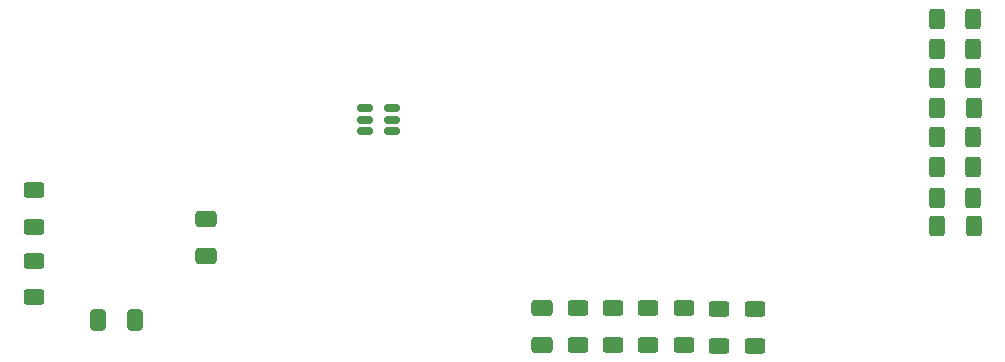
<source format=gbr>
%TF.GenerationSoftware,KiCad,Pcbnew,9.0.3*%
%TF.CreationDate,2025-12-16T09:58:44+01:00*%
%TF.ProjectId,PTP_Dario_Ladovic_project1,5054505f-4461-4726-996f-5f4c61646f76,rev?*%
%TF.SameCoordinates,Original*%
%TF.FileFunction,Paste,Top*%
%TF.FilePolarity,Positive*%
%FSLAX46Y46*%
G04 Gerber Fmt 4.6, Leading zero omitted, Abs format (unit mm)*
G04 Created by KiCad (PCBNEW 9.0.3) date 2025-12-16 09:58:44*
%MOMM*%
%LPD*%
G01*
G04 APERTURE LIST*
G04 Aperture macros list*
%AMRoundRect*
0 Rectangle with rounded corners*
0 $1 Rounding radius*
0 $2 $3 $4 $5 $6 $7 $8 $9 X,Y pos of 4 corners*
0 Add a 4 corners polygon primitive as box body*
4,1,4,$2,$3,$4,$5,$6,$7,$8,$9,$2,$3,0*
0 Add four circle primitives for the rounded corners*
1,1,$1+$1,$2,$3*
1,1,$1+$1,$4,$5*
1,1,$1+$1,$6,$7*
1,1,$1+$1,$8,$9*
0 Add four rect primitives between the rounded corners*
20,1,$1+$1,$2,$3,$4,$5,0*
20,1,$1+$1,$4,$5,$6,$7,0*
20,1,$1+$1,$6,$7,$8,$9,0*
20,1,$1+$1,$8,$9,$2,$3,0*%
G04 Aperture macros list end*
%ADD10RoundRect,0.250000X0.625000X-0.400000X0.625000X0.400000X-0.625000X0.400000X-0.625000X-0.400000X0*%
%ADD11RoundRect,0.250000X-0.400000X-0.625000X0.400000X-0.625000X0.400000X0.625000X-0.400000X0.625000X0*%
%ADD12RoundRect,0.250000X-0.650000X0.412500X-0.650000X-0.412500X0.650000X-0.412500X0.650000X0.412500X0*%
%ADD13RoundRect,0.250000X-0.412500X-0.650000X0.412500X-0.650000X0.412500X0.650000X-0.412500X0.650000X0*%
%ADD14RoundRect,0.150000X-0.512500X-0.150000X0.512500X-0.150000X0.512500X0.150000X-0.512500X0.150000X0*%
G04 APERTURE END LIST*
D10*
%TO.C,R19*%
X104500000Y-100600000D03*
X104500000Y-97500000D03*
%TD*%
%TO.C,R11*%
X162500000Y-110650000D03*
X162500000Y-107550000D03*
%TD*%
%TO.C,R20*%
X104500000Y-106550000D03*
X104500000Y-103450000D03*
%TD*%
D11*
%TO.C,R15*%
X180900000Y-83000000D03*
X184000000Y-83000000D03*
%TD*%
%TO.C,R5*%
X180900000Y-95500000D03*
X184000000Y-95500000D03*
%TD*%
D12*
%TO.C,C5*%
X119000000Y-99937500D03*
X119000000Y-103062500D03*
%TD*%
D13*
%TO.C,C4*%
X109875000Y-108500000D03*
X113000000Y-108500000D03*
%TD*%
D11*
%TO.C,R14*%
X180950000Y-100500000D03*
X184050000Y-100500000D03*
%TD*%
D10*
%TO.C,R7*%
X153500000Y-110600000D03*
X153500000Y-107500000D03*
%TD*%
D12*
%TO.C,C3*%
X147500000Y-107500000D03*
X147500000Y-110625000D03*
%TD*%
D10*
%TO.C,R12*%
X165500000Y-110650000D03*
X165500000Y-107550000D03*
%TD*%
D11*
%TO.C,R8*%
X180900000Y-93000000D03*
X184000000Y-93000000D03*
%TD*%
%TO.C,R18*%
X180900000Y-88000000D03*
X184000000Y-88000000D03*
%TD*%
D10*
%TO.C,R10*%
X159500000Y-110600000D03*
X159500000Y-107500000D03*
%TD*%
%TO.C,R9*%
X156500000Y-110550000D03*
X156500000Y-107450000D03*
%TD*%
D11*
%TO.C,R6*%
X180900000Y-98130000D03*
X184000000Y-98130000D03*
%TD*%
%TO.C,R17*%
X180900000Y-85500000D03*
X184000000Y-85500000D03*
%TD*%
%TO.C,R16*%
X180950000Y-90500000D03*
X184050000Y-90500000D03*
%TD*%
D10*
%TO.C,R13*%
X150500000Y-110550000D03*
X150500000Y-107450000D03*
%TD*%
D14*
%TO.C,U6*%
X132500000Y-90550000D03*
X132500000Y-91500000D03*
X132500000Y-92450000D03*
X134775000Y-92450000D03*
X134775000Y-91500000D03*
X134775000Y-90550000D03*
%TD*%
M02*

</source>
